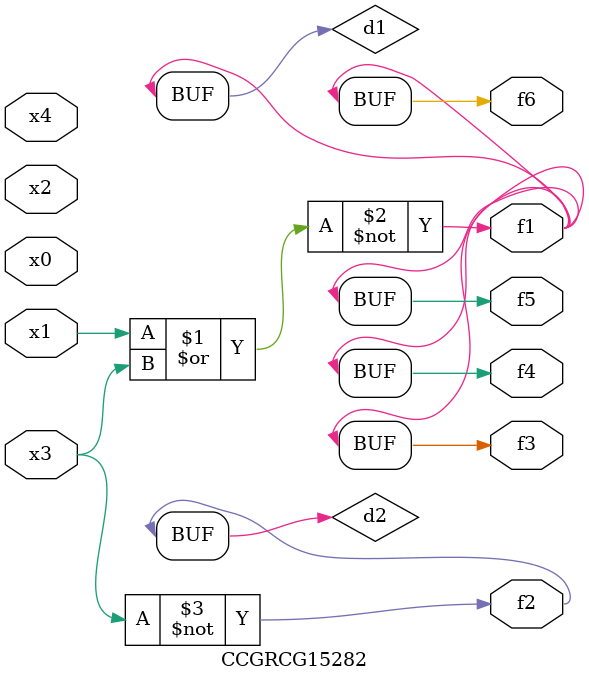
<source format=v>
module CCGRCG15282(
	input x0, x1, x2, x3, x4,
	output f1, f2, f3, f4, f5, f6
);

	wire d1, d2;

	nor (d1, x1, x3);
	not (d2, x3);
	assign f1 = d1;
	assign f2 = d2;
	assign f3 = d1;
	assign f4 = d1;
	assign f5 = d1;
	assign f6 = d1;
endmodule

</source>
